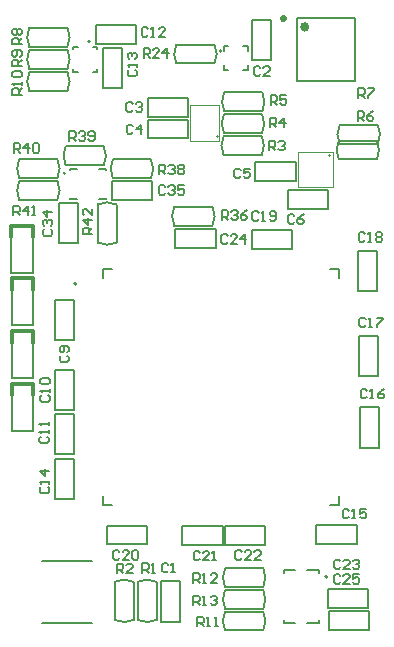
<source format=gto>
G04*
G04 #@! TF.GenerationSoftware,Altium Limited,Altium Designer,23.6.0 (18)*
G04*
G04 Layer_Color=65535*
%FSLAX44Y44*%
%MOMM*%
G71*
G04*
G04 #@! TF.SameCoordinates,1B3FBE08-8921-405D-8673-E2F24B904F06*
G04*
G04*
G04 #@! TF.FilePolarity,Positive*
G04*
G01*
G75*
%ADD10C,0.1500*%
%ADD11C,0.2000*%
%ADD12C,0.1270*%
%ADD13C,0.3500*%
%ADD14C,0.2540*%
%ADD15C,0.1000*%
%ADD16C,0.1524*%
D10*
X556680Y746570D02*
G03*
X556680Y746570I-750J0D01*
G01*
X424500Y643000D02*
G03*
X424500Y643000I-750J0D01*
G01*
X447499Y591587D02*
X439501D01*
Y595586D01*
X440834Y596918D01*
X443500D01*
X444833Y595586D01*
Y591587D01*
Y594253D02*
X447499Y596918D01*
Y603583D02*
X439501D01*
X443500Y599584D01*
Y604916D01*
X447499Y612913D02*
Y607582D01*
X442167Y612913D01*
X440834D01*
X439501Y611580D01*
Y608914D01*
X440834Y607582D01*
X380670Y607501D02*
Y615499D01*
X384668D01*
X386001Y614166D01*
Y611500D01*
X384668Y610167D01*
X380670D01*
X383335D02*
X386001Y607501D01*
X392666D02*
Y615499D01*
X388667Y611500D01*
X393999D01*
X396665Y607501D02*
X399330D01*
X397998D01*
Y615499D01*
X396665Y614166D01*
X381087Y660501D02*
Y668499D01*
X385085D01*
X386418Y667166D01*
Y664500D01*
X385085Y663167D01*
X381087D01*
X383753D02*
X386418Y660501D01*
X393083D02*
Y668499D01*
X389084Y664500D01*
X394416D01*
X397082Y667166D02*
X398414Y668499D01*
X401080D01*
X402413Y667166D01*
Y661834D01*
X401080Y660501D01*
X398414D01*
X397082Y661834D01*
Y667166D01*
X428087Y670501D02*
Y678499D01*
X432085D01*
X433418Y677166D01*
Y674500D01*
X432085Y673167D01*
X428087D01*
X430753D02*
X433418Y670501D01*
X436084Y677166D02*
X437417Y678499D01*
X440083D01*
X441416Y677166D01*
Y675833D01*
X440083Y674500D01*
X438750D01*
X440083D01*
X441416Y673167D01*
Y671834D01*
X440083Y670501D01*
X437417D01*
X436084Y671834D01*
X444082D02*
X445415Y670501D01*
X448080D01*
X449413Y671834D01*
Y677166D01*
X448080Y678499D01*
X445415D01*
X444082Y677166D01*
Y675833D01*
X445415Y674500D01*
X449413D01*
X503837Y642251D02*
Y650249D01*
X507836D01*
X509168Y648916D01*
Y646250D01*
X507836Y644917D01*
X503837D01*
X506503D02*
X509168Y642251D01*
X511834Y648916D02*
X513167Y650249D01*
X515833D01*
X517166Y648916D01*
Y647583D01*
X515833Y646250D01*
X514500D01*
X515833D01*
X517166Y644917D01*
Y643584D01*
X515833Y642251D01*
X513167D01*
X511834Y643584D01*
X519832Y648916D02*
X521165Y650249D01*
X523830D01*
X525163Y648916D01*
Y647583D01*
X523830Y646250D01*
X525163Y644917D01*
Y643584D01*
X523830Y642251D01*
X521165D01*
X519832Y643584D01*
Y644917D01*
X521165Y646250D01*
X519832Y647583D01*
Y648916D01*
X521165Y646250D02*
X523830D01*
X557087Y603751D02*
Y611749D01*
X561086D01*
X562418Y610416D01*
Y607750D01*
X561086Y606417D01*
X557087D01*
X559753D02*
X562418Y603751D01*
X565084Y610416D02*
X566417Y611749D01*
X569083D01*
X570416Y610416D01*
Y609083D01*
X569083Y607750D01*
X567750D01*
X569083D01*
X570416Y606417D01*
Y605084D01*
X569083Y603751D01*
X566417D01*
X565084Y605084D01*
X578413Y611749D02*
X575747Y610416D01*
X573082Y607750D01*
Y605084D01*
X574414Y603751D01*
X577080D01*
X578413Y605084D01*
Y606417D01*
X577080Y607750D01*
X573082D01*
X490837Y741001D02*
Y748999D01*
X494836D01*
X496168Y747666D01*
Y745000D01*
X494836Y743667D01*
X490837D01*
X493503D02*
X496168Y741001D01*
X504166D02*
X498834D01*
X504166Y746333D01*
Y747666D01*
X502833Y748999D01*
X500167D01*
X498834Y747666D01*
X510830Y741001D02*
Y748999D01*
X506832Y745000D01*
X512163D01*
X533003Y277501D02*
Y285499D01*
X537002D01*
X538335Y284166D01*
Y281500D01*
X537002Y280167D01*
X533003D01*
X535669D02*
X538335Y277501D01*
X541001D02*
X543666D01*
X542334D01*
Y285499D01*
X541001Y284166D01*
X547665D02*
X548998Y285499D01*
X551664D01*
X552997Y284166D01*
Y282833D01*
X551664Y281500D01*
X550331D01*
X551664D01*
X552997Y280167D01*
Y278834D01*
X551664Y277501D01*
X548998D01*
X547665Y278834D01*
X533003Y296251D02*
Y304249D01*
X537002D01*
X538335Y302916D01*
Y300250D01*
X537002Y298917D01*
X533003D01*
X535669D02*
X538335Y296251D01*
X541001D02*
X543666D01*
X542333D01*
Y304249D01*
X541001Y302916D01*
X552997Y296251D02*
X547665D01*
X552997Y301583D01*
Y302916D01*
X551664Y304249D01*
X548998D01*
X547665Y302916D01*
X536336Y259501D02*
Y267499D01*
X540335D01*
X541668Y266166D01*
Y263500D01*
X540335Y262167D01*
X536336D01*
X539002D02*
X541668Y259501D01*
X544334D02*
X546999D01*
X545667D01*
Y267499D01*
X544334Y266166D01*
X550998Y259501D02*
X553664D01*
X552331D01*
Y267499D01*
X550998Y266166D01*
X387749Y709503D02*
X379751D01*
Y713502D01*
X381084Y714835D01*
X383750D01*
X385083Y713502D01*
Y709503D01*
Y712169D02*
X387749Y714835D01*
Y717501D02*
Y720166D01*
Y718834D01*
X379751D01*
X381084Y717501D01*
Y724165D02*
X379751Y725498D01*
Y728164D01*
X381084Y729497D01*
X386416D01*
X387749Y728164D01*
Y725498D01*
X386416Y724165D01*
X381084D01*
X387502Y733835D02*
X379505D01*
Y737834D01*
X380837Y739167D01*
X383503D01*
X384836Y737834D01*
Y733835D01*
Y736501D02*
X387502Y739167D01*
X386169Y741833D02*
X387502Y743166D01*
Y745832D01*
X386169Y747164D01*
X380837D01*
X379505Y745832D01*
Y743166D01*
X380837Y741833D01*
X382170D01*
X383503Y743166D01*
Y747164D01*
X387749Y752085D02*
X379751D01*
Y756084D01*
X381084Y757417D01*
X383750D01*
X385083Y756084D01*
Y752085D01*
Y754751D02*
X387749Y757417D01*
X381084Y760083D02*
X379751Y761416D01*
Y764082D01*
X381084Y765415D01*
X382417D01*
X383750Y764082D01*
X385083Y765415D01*
X386416D01*
X387749Y764082D01*
Y761416D01*
X386416Y760083D01*
X385083D01*
X383750Y761416D01*
X382417Y760083D01*
X381084D01*
X383750Y761416D02*
Y764082D01*
X672586Y707001D02*
Y714999D01*
X676584D01*
X677917Y713666D01*
Y711000D01*
X676584Y709667D01*
X672586D01*
X675251D02*
X677917Y707001D01*
X680583Y714999D02*
X685915D01*
Y713666D01*
X680583Y708334D01*
Y707001D01*
X672085Y687501D02*
Y695499D01*
X676084D01*
X677417Y694166D01*
Y691500D01*
X676084Y690167D01*
X672085D01*
X674751D02*
X677417Y687501D01*
X685415Y695499D02*
X682749Y694166D01*
X680083Y691500D01*
Y688834D01*
X681416Y687501D01*
X684082D01*
X685415Y688834D01*
Y690167D01*
X684082Y691500D01*
X680083D01*
X598335Y701001D02*
Y708999D01*
X602334D01*
X603667Y707666D01*
Y705000D01*
X602334Y703667D01*
X598335D01*
X601001D02*
X603667Y701001D01*
X611665Y708999D02*
X606333D01*
Y705000D01*
X608999Y706333D01*
X610332D01*
X611665Y705000D01*
Y702334D01*
X610332Y701001D01*
X607666D01*
X606333Y702334D01*
X597836Y682001D02*
Y689999D01*
X601834D01*
X603167Y688666D01*
Y686000D01*
X601834Y684667D01*
X597836D01*
X600501D02*
X603167Y682001D01*
X609832D02*
Y689999D01*
X605833Y686000D01*
X611165D01*
X597085Y662501D02*
Y670499D01*
X601084D01*
X602417Y669166D01*
Y666500D01*
X601084Y665167D01*
X597085D01*
X599751D02*
X602417Y662501D01*
X605083Y669166D02*
X606416Y670499D01*
X609082D01*
X610415Y669166D01*
Y667833D01*
X609082Y666500D01*
X607749D01*
X609082D01*
X610415Y665167D01*
Y663834D01*
X609082Y662501D01*
X606416D01*
X605083Y663834D01*
X468335Y304501D02*
Y312499D01*
X472334D01*
X473667Y311166D01*
Y308500D01*
X472334Y307167D01*
X468335D01*
X471001D02*
X473667Y304501D01*
X481665D02*
X476333D01*
X481665Y309833D01*
Y311166D01*
X480332Y312499D01*
X477666D01*
X476333Y311166D01*
X489918Y304751D02*
Y312749D01*
X493917D01*
X495250Y311416D01*
Y308750D01*
X493917Y307417D01*
X489918D01*
X492584D02*
X495250Y304751D01*
X497916D02*
X500582D01*
X499249D01*
Y312749D01*
X497916Y311416D01*
X509168Y631416D02*
X507836Y632749D01*
X505170D01*
X503837Y631416D01*
Y626084D01*
X505170Y624751D01*
X507836D01*
X509168Y626084D01*
X511834Y631416D02*
X513167Y632749D01*
X515833D01*
X517166Y631416D01*
Y630083D01*
X515833Y628750D01*
X514500D01*
X515833D01*
X517166Y627417D01*
Y626084D01*
X515833Y624751D01*
X513167D01*
X511834Y626084D01*
X525163Y632749D02*
X519832D01*
Y628750D01*
X522497Y630083D01*
X523830D01*
X525163Y628750D01*
Y626084D01*
X523830Y624751D01*
X521165D01*
X519832Y626084D01*
X406834Y595668D02*
X405501Y594336D01*
Y591670D01*
X406834Y590337D01*
X412166D01*
X413499Y591670D01*
Y594336D01*
X412166Y595668D01*
X406834Y598334D02*
X405501Y599667D01*
Y602333D01*
X406834Y603666D01*
X408167D01*
X409500Y602333D01*
Y601000D01*
Y602333D01*
X410833Y603666D01*
X412166D01*
X413499Y602333D01*
Y599667D01*
X412166Y598334D01*
X413499Y610330D02*
X405501D01*
X409500Y606332D01*
Y611663D01*
X657418Y302166D02*
X656086Y303499D01*
X653420D01*
X652087Y302166D01*
Y296834D01*
X653420Y295501D01*
X656086D01*
X657418Y296834D01*
X665416Y295501D02*
X660084D01*
X665416Y300833D01*
Y302166D01*
X664083Y303499D01*
X661417D01*
X660084Y302166D01*
X673413Y303499D02*
X668082D01*
Y299500D01*
X670747Y300833D01*
X672080D01*
X673413Y299500D01*
Y296834D01*
X672080Y295501D01*
X669415D01*
X668082Y296834D01*
X561918Y590166D02*
X560586Y591499D01*
X557920D01*
X556587Y590166D01*
Y584834D01*
X557920Y583501D01*
X560586D01*
X561918Y584834D01*
X569916Y583501D02*
X564584D01*
X569916Y588833D01*
Y590166D01*
X568583Y591499D01*
X565917D01*
X564584Y590166D01*
X576580Y583501D02*
Y591499D01*
X572582Y587500D01*
X577913D01*
X657418Y314666D02*
X656086Y315999D01*
X653420D01*
X652087Y314666D01*
Y309334D01*
X653420Y308001D01*
X656086D01*
X657418Y309334D01*
X665416Y308001D02*
X660084D01*
X665416Y313333D01*
Y314666D01*
X664083Y315999D01*
X661417D01*
X660084Y314666D01*
X668082D02*
X669415Y315999D01*
X672080D01*
X673413Y314666D01*
Y313333D01*
X672080Y312000D01*
X670747D01*
X672080D01*
X673413Y310667D01*
Y309334D01*
X672080Y308001D01*
X669415D01*
X668082Y309334D01*
X573918Y322416D02*
X572585Y323749D01*
X569920D01*
X568587Y322416D01*
Y317084D01*
X569920Y315751D01*
X572585D01*
X573918Y317084D01*
X581916Y315751D02*
X576584D01*
X581916Y321083D01*
Y322416D01*
X580583Y323749D01*
X577917D01*
X576584Y322416D01*
X589913Y315751D02*
X584582D01*
X589913Y321083D01*
Y322416D01*
X588580Y323749D01*
X585914D01*
X584582Y322416D01*
X538501Y321916D02*
X537168Y323249D01*
X534503D01*
X533170Y321916D01*
Y316584D01*
X534503Y315251D01*
X537168D01*
X538501Y316584D01*
X546499Y315251D02*
X541167D01*
X546499Y320583D01*
Y321916D01*
X545166Y323249D01*
X542500D01*
X541167Y321916D01*
X549165Y315251D02*
X551830D01*
X550497D01*
Y323249D01*
X549165Y321916D01*
X470418Y322666D02*
X469085Y323999D01*
X466420D01*
X465087Y322666D01*
Y317334D01*
X466420Y316001D01*
X469085D01*
X470418Y317334D01*
X478416Y316001D02*
X473084D01*
X478416Y321333D01*
Y322666D01*
X477083Y323999D01*
X474417D01*
X473084Y322666D01*
X481082D02*
X482415Y323999D01*
X485080D01*
X486413Y322666D01*
Y317334D01*
X485080Y316001D01*
X482415D01*
X481082Y317334D01*
Y322666D01*
X588190Y609537D02*
X586857Y610869D01*
X584191D01*
X582858Y609537D01*
Y604205D01*
X584191Y602872D01*
X586857D01*
X588190Y604205D01*
X590855Y602872D02*
X593521D01*
X592188D01*
Y610869D01*
X590855Y609537D01*
X597520Y604205D02*
X598853Y602872D01*
X601519D01*
X602851Y604205D01*
Y609537D01*
X601519Y610869D01*
X598853D01*
X597520Y609537D01*
Y608204D01*
X598853Y606871D01*
X602851D01*
X678154Y591684D02*
X676821Y593017D01*
X674155D01*
X672822Y591684D01*
Y586353D01*
X674155Y585020D01*
X676821D01*
X678154Y586353D01*
X680819Y585020D02*
X683485D01*
X682152D01*
Y593017D01*
X680819Y591684D01*
X687484D02*
X688817Y593017D01*
X691483D01*
X692815Y591684D01*
Y590352D01*
X691483Y589019D01*
X692815Y587686D01*
Y586353D01*
X691483Y585020D01*
X688817D01*
X687484Y586353D01*
Y587686D01*
X688817Y589019D01*
X687484Y590352D01*
Y591684D01*
X688817Y589019D02*
X691483D01*
X678916Y519548D02*
X677583Y520881D01*
X674917D01*
X673584Y519548D01*
Y514217D01*
X674917Y512884D01*
X677583D01*
X678916Y514217D01*
X681581Y512884D02*
X684247D01*
X682914D01*
Y520881D01*
X681581Y519548D01*
X688246Y520881D02*
X693577D01*
Y519548D01*
X688246Y514217D01*
Y512884D01*
X679932Y459096D02*
X678599Y460429D01*
X675933D01*
X674600Y459096D01*
Y453765D01*
X675933Y452432D01*
X678599D01*
X679932Y453765D01*
X682597Y452432D02*
X685263D01*
X683930D01*
Y460429D01*
X682597Y459096D01*
X694594Y460429D02*
X691928Y459096D01*
X689262Y456431D01*
Y453765D01*
X690595Y452432D01*
X693261D01*
X694594Y453765D01*
Y455098D01*
X693261Y456431D01*
X689262D01*
X664835Y357416D02*
X663502Y358749D01*
X660836D01*
X659503Y357416D01*
Y352084D01*
X660836Y350751D01*
X663502D01*
X664835Y352084D01*
X667501Y350751D02*
X670166D01*
X668834D01*
Y358749D01*
X667501Y357416D01*
X679497Y358749D02*
X674165D01*
Y354750D01*
X676831Y356083D01*
X678164D01*
X679497Y354750D01*
Y352084D01*
X678164Y350751D01*
X675498D01*
X674165Y352084D01*
X404334Y377585D02*
X403001Y376252D01*
Y373586D01*
X404334Y372253D01*
X409666D01*
X410999Y373586D01*
Y376252D01*
X409666Y377585D01*
X410999Y380251D02*
Y382916D01*
Y381584D01*
X403001D01*
X404334Y380251D01*
X410999Y390914D02*
X403001D01*
X407000Y386915D01*
Y392247D01*
X478584Y730585D02*
X477251Y729252D01*
Y726586D01*
X478584Y725253D01*
X483916D01*
X485249Y726586D01*
Y729252D01*
X483916Y730585D01*
X485249Y733251D02*
Y735917D01*
Y734584D01*
X477251D01*
X478584Y733251D01*
Y739915D02*
X477251Y741248D01*
Y743914D01*
X478584Y745247D01*
X479917D01*
X481250Y743914D01*
Y742581D01*
Y743914D01*
X482583Y745247D01*
X483916D01*
X485249Y743914D01*
Y741248D01*
X483916Y739915D01*
X494585Y765416D02*
X493252Y766749D01*
X490586D01*
X489253Y765416D01*
Y760084D01*
X490586Y758751D01*
X493252D01*
X494585Y760084D01*
X497251Y758751D02*
X499916D01*
X498584D01*
Y766749D01*
X497251Y765416D01*
X509247Y758751D02*
X503915D01*
X509247Y764083D01*
Y765416D01*
X507914Y766749D01*
X505248D01*
X503915Y765416D01*
X403834Y420168D02*
X402501Y418835D01*
Y416169D01*
X403834Y414836D01*
X409166D01*
X410499Y416169D01*
Y418835D01*
X409166Y420168D01*
X410499Y422834D02*
Y425499D01*
Y424166D01*
X402501D01*
X403834Y422834D01*
X410499Y429498D02*
Y432164D01*
Y430831D01*
X402501D01*
X403834Y429498D01*
X404834Y455085D02*
X403501Y453752D01*
Y451086D01*
X404834Y449753D01*
X410166D01*
X411499Y451086D01*
Y453752D01*
X410166Y455085D01*
X411499Y457751D02*
Y460416D01*
Y459084D01*
X403501D01*
X404834Y457751D01*
Y464415D02*
X403501Y465748D01*
Y468414D01*
X404834Y469747D01*
X410166D01*
X411499Y468414D01*
Y465748D01*
X410166Y464415D01*
X404834D01*
X421084Y488667D02*
X419751Y487334D01*
Y484668D01*
X421084Y483335D01*
X426416D01*
X427749Y484668D01*
Y487334D01*
X426416Y488667D01*
Y491333D02*
X427749Y492666D01*
Y495332D01*
X426416Y496665D01*
X421084D01*
X419751Y495332D01*
Y492666D01*
X421084Y491333D01*
X422417D01*
X423750Y492666D01*
Y496665D01*
X618417Y606916D02*
X617084Y608249D01*
X614418D01*
X613086Y606916D01*
Y601584D01*
X614418Y600251D01*
X617084D01*
X618417Y601584D01*
X626414Y608249D02*
X623749Y606916D01*
X621083Y604250D01*
Y601584D01*
X622416Y600251D01*
X625082D01*
X626414Y601584D01*
Y602917D01*
X625082Y604250D01*
X621083D01*
X572917Y645666D02*
X571584Y646999D01*
X568918D01*
X567585Y645666D01*
Y640334D01*
X568918Y639001D01*
X571584D01*
X572917Y640334D01*
X580914Y646999D02*
X575583D01*
Y643000D01*
X578249Y644333D01*
X579582D01*
X580914Y643000D01*
Y640334D01*
X579582Y639001D01*
X576916D01*
X575583Y640334D01*
X481917Y682916D02*
X480584Y684249D01*
X477918D01*
X476586Y682916D01*
Y677584D01*
X477918Y676251D01*
X480584D01*
X481917Y677584D01*
X488582Y676251D02*
Y684249D01*
X484583Y680250D01*
X489915D01*
X481667Y701666D02*
X480334Y702999D01*
X477668D01*
X476335Y701666D01*
Y696334D01*
X477668Y695001D01*
X480334D01*
X481667Y696334D01*
X484333Y701666D02*
X485666Y702999D01*
X488332D01*
X489664Y701666D01*
Y700333D01*
X488332Y699000D01*
X486999D01*
X488332D01*
X489664Y697667D01*
Y696334D01*
X488332Y695001D01*
X485666D01*
X484333Y696334D01*
X589667Y732166D02*
X588334Y733499D01*
X585668D01*
X584336Y732166D01*
Y726834D01*
X585668Y725501D01*
X588334D01*
X589667Y726834D01*
X597664Y725501D02*
X592333D01*
X597664Y730833D01*
Y732166D01*
X596332Y733499D01*
X593666D01*
X592333Y732166D01*
X511808Y311719D02*
X510475Y313051D01*
X507809D01*
X506476Y311719D01*
Y306387D01*
X507809Y305054D01*
X510475D01*
X511808Y306387D01*
X514473Y305054D02*
X517139D01*
X515806D01*
Y313051D01*
X514473Y311719D01*
D11*
X656101Y670700D02*
G03*
X656101Y654800I16149J-7950D01*
G01*
X688399D02*
G03*
X688399Y670700I-16149J7950D01*
G01*
X434100Y549500D02*
G03*
X434100Y549500I-1000J0D01*
G01*
X464851Y654700D02*
G03*
X464851Y638800I16149J-7950D01*
G01*
X497149D02*
G03*
X497149Y654700I-16149J7950D01*
G01*
X550899Y736050D02*
G03*
X550899Y751950I-16149J7950D01*
G01*
X518601D02*
G03*
X518601Y736050I16149J-7950D01*
G01*
X467950Y616649D02*
G03*
X452050Y616649I-7950J-16149D01*
G01*
Y584351D02*
G03*
X467950Y584351I7950J16149D01*
G01*
X424851Y665700D02*
G03*
X424851Y649800I16149J-7950D01*
G01*
X457149D02*
G03*
X457149Y665700I-16149J7950D01*
G01*
X385601Y636450D02*
G03*
X385601Y620550I16149J-7950D01*
G01*
X417899D02*
G03*
X417899Y636450I-16149J7950D01*
G01*
X385601Y654950D02*
G03*
X385601Y639050I16149J-7950D01*
G01*
X417899D02*
G03*
X417899Y654950I-16149J7950D01*
G01*
X656851Y683950D02*
G03*
X656851Y668050I16149J-7950D01*
G01*
X689149D02*
G03*
X689149Y683950I-16149J7950D01*
G01*
X592149Y274300D02*
G03*
X592149Y290200I-16149J7950D01*
G01*
X559851D02*
G03*
X559851Y274300I16149J-7950D01*
G01*
X592149Y256050D02*
G03*
X592149Y271950I-16149J7950D01*
G01*
X559851D02*
G03*
X559851Y256050I16149J-7950D01*
G01*
X646400Y301290D02*
G03*
X646400Y301290I-1000J0D01*
G01*
X559851Y308700D02*
G03*
X559851Y292800I16149J-7950D01*
G01*
X592149D02*
G03*
X592149Y308700I-16149J7950D01*
G01*
X445503Y754500D02*
G03*
X445503Y754500I-1000J0D01*
G01*
X426402Y731550D02*
G03*
X426402Y747450I-16149J7950D01*
G01*
X394104D02*
G03*
X394104Y731550I16149J-7950D01*
G01*
X426399Y712800D02*
G03*
X426399Y728700I-16149J7950D01*
G01*
X394101D02*
G03*
X394101Y712800I16149J-7950D01*
G01*
X426399Y750300D02*
G03*
X426399Y766200I-16149J7950D01*
G01*
X394101D02*
G03*
X394101Y750300I16149J-7950D01*
G01*
X591399Y695550D02*
G03*
X591399Y711450I-16149J7950D01*
G01*
X559101D02*
G03*
X559101Y695550I16149J-7950D01*
G01*
X590899Y658550D02*
G03*
X590899Y674450I-16149J7950D01*
G01*
X558601D02*
G03*
X558601Y658550I16149J-7950D01*
G01*
X591149Y677050D02*
G03*
X591149Y692950I-16149J7950D01*
G01*
X558851D02*
G03*
X558851Y677050I16149J-7950D01*
G01*
X549149Y598800D02*
G03*
X549149Y614700I-16149J7950D01*
G01*
X516851D02*
G03*
X516851Y598800I16149J-7950D01*
G01*
X501950Y297149D02*
G03*
X486050Y297149I-7950J-16149D01*
G01*
Y264851D02*
G03*
X501950Y264851I7950J16149D01*
G01*
X482450Y297149D02*
G03*
X466550Y297149I-7950J-16149D01*
G01*
Y264851D02*
G03*
X482450Y264851I7950J16149D01*
G01*
X656250Y654750D02*
X688250D01*
X656250Y670750D02*
X688250D01*
X583000Y739000D02*
X599000D01*
Y773000D01*
X583000D02*
X599000D01*
X583000Y739000D02*
Y773000D01*
X416000Y501500D02*
Y535500D01*
X432000D01*
Y501500D02*
Y535500D01*
X416000Y501500D02*
X432000D01*
X456250Y715000D02*
Y749000D01*
X472250D01*
Y715000D02*
Y749000D01*
X456250Y715000D02*
X472250D01*
X379000Y558750D02*
X397000D01*
X379000D02*
Y588750D01*
X397000Y558750D02*
Y588750D01*
X379500Y469750D02*
X397500D01*
X379500D02*
Y499750D01*
X397500Y469750D02*
Y499750D01*
X379250Y514250D02*
X397250D01*
X379250D02*
Y544250D01*
X397250Y514250D02*
Y544250D01*
X379500Y425000D02*
X397500D01*
X379500D02*
Y455000D01*
X397500Y425000D02*
Y455000D01*
X465000Y638750D02*
X497000D01*
X465000Y654750D02*
X497000D01*
X464250Y620500D02*
X498250D01*
X464250D02*
Y636500D01*
X498250D01*
Y620500D02*
Y636500D01*
X518750Y752000D02*
X550750D01*
X518750Y736000D02*
X550750D01*
X419000Y584250D02*
Y618250D01*
X435000D01*
Y584250D02*
Y618250D01*
X419000Y584250D02*
X435000D01*
X452000Y584500D02*
Y616500D01*
X468000Y584500D02*
Y616500D01*
X425000Y649750D02*
X457000D01*
X425000Y665750D02*
X457000D01*
X385750Y620500D02*
X417750D01*
X385750Y636500D02*
X417750D01*
X385750Y639000D02*
X417750D01*
X385750Y655000D02*
X417750D01*
X657000Y668000D02*
X689000D01*
X657000Y684000D02*
X689000D01*
X647500Y256250D02*
X681500D01*
X647500D02*
Y272250D01*
X681500D01*
Y256250D02*
Y272250D01*
X647250Y275000D02*
X681250D01*
X647250D02*
Y291000D01*
X681250D01*
Y275000D02*
Y291000D01*
X560000Y290250D02*
X592000D01*
X560000Y274250D02*
X592000D01*
X560000Y272000D02*
X592000D01*
X560000Y256000D02*
X592000D01*
X560000Y292750D02*
X592000D01*
X560000Y308750D02*
X592000D01*
X484250Y752500D02*
Y768500D01*
X450250D02*
X484250D01*
X450250Y752500D02*
Y768500D01*
Y752500D02*
X484250D01*
X394253Y747500D02*
X426253D01*
X394253Y731500D02*
X426253D01*
X394250Y728750D02*
X426250D01*
X394250Y712750D02*
X426250D01*
X394250Y766250D02*
X426250D01*
X394250Y750250D02*
X426250D01*
X559250Y711500D02*
X591250D01*
X559250Y695500D02*
X591250D01*
X494500Y672500D02*
Y688500D01*
Y672500D02*
X528500D01*
Y688500D01*
X494500D02*
X528500D01*
X494500Y690750D02*
Y706750D01*
Y690750D02*
X528500D01*
Y706750D01*
X494500D02*
X528500D01*
X558750Y674500D02*
X590750D01*
X558750Y658500D02*
X590750D01*
X559000Y693000D02*
X591000D01*
X559000Y677000D02*
X591000D01*
X585500Y636500D02*
Y652500D01*
Y636500D02*
X619500D01*
Y652500D01*
X585500D02*
X619500D01*
X613000Y613000D02*
Y629000D01*
Y613000D02*
X647000D01*
Y629000D01*
X613000D02*
X647000D01*
X517000Y614750D02*
X549000D01*
X517000Y598750D02*
X549000D01*
X551750Y579500D02*
Y595500D01*
X517750D02*
X551750D01*
X517750Y579500D02*
Y595500D01*
Y579500D02*
X551750D01*
X616250Y579250D02*
Y595250D01*
X582250D02*
X616250D01*
X582250Y579250D02*
Y595250D01*
Y579250D02*
X616250D01*
X459500Y328750D02*
Y344750D01*
Y328750D02*
X493500D01*
Y344750D01*
X459500D02*
X493500D01*
X416000Y367500D02*
X432000D01*
Y401500D01*
X416000D02*
X432000D01*
X416000Y367500D02*
Y401500D01*
X671250Y329500D02*
Y345500D01*
X637250D02*
X671250D01*
X637250Y329500D02*
Y345500D01*
Y329500D02*
X671250D01*
X560000Y328250D02*
Y344250D01*
Y328250D02*
X594000D01*
Y344250D01*
X560000D02*
X594000D01*
X523750Y328250D02*
Y344250D01*
Y328250D02*
X557750D01*
Y344250D01*
X523750D02*
X557750D01*
X674000Y410750D02*
X690000D01*
Y444750D01*
X674000D02*
X690000D01*
X674000Y410750D02*
Y444750D01*
X673000Y471250D02*
X689000D01*
Y505250D01*
X673000D02*
X689000D01*
X673000Y471250D02*
Y505250D01*
X672250Y543500D02*
X688250D01*
Y577500D01*
X672250D02*
X688250D01*
X672250Y543500D02*
Y577500D01*
X416000Y476500D02*
X432000D01*
X416000Y442500D02*
Y476500D01*
Y442500D02*
X432000D01*
Y476500D01*
X416250Y405250D02*
X432250D01*
Y439250D01*
X416250D02*
X432250D01*
X416250Y405250D02*
Y439250D01*
X620500Y774500D02*
X670000D01*
Y721500D02*
Y774500D01*
X620500Y721500D02*
X670000D01*
X620500D02*
Y774500D01*
X486000Y265000D02*
Y297000D01*
X502000Y265000D02*
Y297000D01*
X466500Y265000D02*
Y297000D01*
X482500Y265000D02*
Y297000D01*
X522000Y263500D02*
Y297500D01*
X506000Y263500D02*
X522000D01*
X506000D02*
Y297500D01*
X522000D01*
D12*
X630412Y767000D02*
G03*
X630412Y767000I-3162J0D01*
G01*
X629486D02*
G03*
X629486Y767000I-2236J0D01*
G01*
X628664D02*
G03*
X628664Y767000I-1414J0D01*
G01*
X628250D02*
G03*
X628250Y767000I-1000J0D01*
G01*
Y766000D02*
G03*
X628250Y766000I-1000J0D01*
G01*
X611486Y774000D02*
G03*
X611486Y774000I-2236J0D01*
G01*
X611250D02*
G03*
X611250Y774000I-1000J0D01*
G01*
X610250D02*
G03*
X610250Y774000I-1000J0D01*
G01*
X558720Y746770D02*
Y750780D01*
X562730D01*
X579140Y730360D02*
Y734370D01*
X575130Y730360D02*
X579140D01*
X558720D02*
Y734370D01*
Y730360D02*
X562730D01*
X579140Y746770D02*
Y750780D01*
X575130D02*
X579140D01*
X456500Y554100D02*
Y562000D01*
Y362000D02*
Y369900D01*
X656500Y554100D02*
Y562000D01*
Y362000D02*
Y369900D01*
X456500Y562000D02*
X464400D01*
X456500Y362000D02*
X464400D01*
X648600Y562000D02*
X656500D01*
X648600Y362000D02*
X656500D01*
X428750Y646500D02*
X434300D01*
X453200D02*
X458750D01*
X453200Y621500D02*
X458750D01*
X428750D02*
X434300D01*
X428750Y645950D02*
Y646500D01*
X458750Y645950D02*
Y646500D01*
Y621500D02*
Y622050D01*
X428750Y621500D02*
Y622050D01*
X639400Y305000D02*
Y307500D01*
X629400D02*
X639400D01*
X609400D02*
X619400D01*
X609400Y305000D02*
Y307500D01*
Y262500D02*
Y265000D01*
Y262500D02*
X619400D01*
X639400D02*
Y265000D01*
X629400Y262500D02*
X639400D01*
X431203Y729200D02*
X435203D01*
X431203D02*
Y731000D01*
X447803Y729200D02*
X451803D01*
Y731000D01*
Y748000D02*
Y749800D01*
X447803D02*
X451803D01*
X431203D02*
X435203D01*
X431203Y748000D02*
Y749800D01*
D13*
X397000Y588750D02*
Y598750D01*
X379000Y588750D02*
Y598750D01*
X379000D02*
X397000D01*
X397500Y499750D02*
Y509750D01*
X379500Y499750D02*
Y509750D01*
X379500D02*
X397500D01*
X397250Y544250D02*
Y554250D01*
X379250Y544250D02*
Y554250D01*
X379250D02*
X397250D01*
X397500Y455000D02*
Y465000D01*
X379500Y455000D02*
Y465000D01*
X379500D02*
X397500D01*
D14*
X553000Y674250D02*
Y674500D01*
X648250Y658250D02*
Y658500D01*
D15*
X555000Y670500D02*
Y700500D01*
X530000Y670500D02*
X555000D01*
X530000D02*
Y700500D01*
X555000D01*
X621250Y631250D02*
Y661250D01*
Y631250D02*
X651250D01*
X621250Y661250D02*
X651250D01*
Y631250D02*
Y661250D01*
D16*
X404914Y262334D02*
X447586D01*
X404914Y315166D02*
X447586D01*
M02*

</source>
